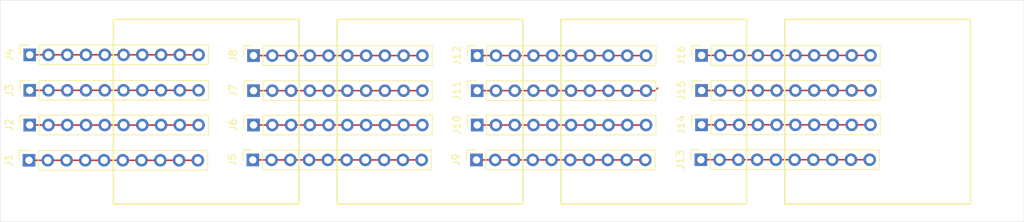
<source format=kicad_pcb>
(kicad_pcb (version 20240108) (generator "pcbnew") (generator_version "8.0")
  (layers (0 "F.Cu" signal) (31 "B.Cu" signal) (34 "B.Paste" user) (35 "F.Paste" user) (36 "B.SilkS" user "B.Silkscreen") (37 "F.SilkS" user "F.Silkscreen") (38 "B.Mask" user) (39 "F.Mask" user) (44 "Edge.Cuts" user))
  (net 0 "")
  (net 1 "Net-(J1-Pin_1)")
  (net 2 "Net-(J2-Pin_1)")
  (net 3 "Net-(J3-Pin_1)")
  (net 4 "Net-(J4-Pin_1)")
  (net 5 "Net-(J5-Pin_1)")
  (net 6 "Net-(J6-Pin_1)")
  (net 7 "Net-(J7-Pin_1)")
  (net 8 "Net-(J8-Pin_1)")
  (net 9 "Net-(J9-Pin_1)")
  (net 10 "Net-(J10-Pin_1)")
  (net 11 "Net-(J11-Pin_1)")
  (net 12 "Net-(J12-Pin_1)")
  (net 13 "Net-(J13-Pin_1)")
  (net 14 "Net-(J14-Pin_1)")
  (net 15 "Net-(J15-Pin_1)")
  (net 16 "Net-(J16-Pin_1)")
  (footprint "Connector_PinSocket_2.54mm:PinSocket_1x10_P2.54mm_Vertical" (layer "F.Cu") (at 155.78 53.825 90)
    (property "Reference" "J9" (at 0 -2.77 90) (layer "F.SilkS"))
    (property "Value" "Conn_01x10")
    (fp_line (start 1.33 -1.33) (end 1.33 0) (stroke (width 0.12)) (layer "F.SilkS"))
    (fp_line (start 0 -1.33) (end 1.33 -1.33) (stroke (width 0.12)) (layer "F.SilkS"))
    (fp_line (start 1.33 1.27) (end 1.33 24.19) (stroke (width 0.12)) (layer "F.SilkS"))
    (fp_line (start -1.33 1.27) (end 1.33 1.27) (stroke (width 0.12)) (layer "F.SilkS"))
    (fp_line (start -1.33 1.27) (end -1.33 24.19) (stroke (width 0.12)) (layer "F.SilkS"))
    (fp_line (start -1.33 24.19) (end 1.33 24.19) (stroke (width 0.12)) (layer "F.SilkS"))
    (pad "1" thru_hole rect (at 0 0 90) (size 1.7 1.7) (drill 1) (layers "*.Cu" "*.Mask") (net 9 "Net-(J9-Pin_1)"))
    (pad "2" thru_hole oval (at 0 2.54 90) (size 1.7 1.7) (drill 1) (layers "*.Cu" "*.Mask") (net 9 "Net-(J9-Pin_1)"))
    (pad "3" thru_hole oval (at 0 5.08 90) (size 1.7 1.7) (drill 1) (layers "*.Cu" "*.Mask") (net 9 "Net-(J9-Pin_1)"))
    (pad "4" thru_hole oval (at 0 7.62 90) (size 1.7 1.7) (drill 1) (layers "*.Cu" "*.Mask") (net 9 "Net-(J9-Pin_1)"))
    (pad "5" thru_hole oval (at 0 10.16 90) (size 1.7 1.7) (drill 1) (layers "*.Cu" "*.Mask") (net 9 "Net-(J9-Pin_1)"))
    (pad "6" thru_hole oval (at 0 12.7 90) (size 1.7 1.7) (drill 1) (layers "*.Cu" "*.Mask") (net 9 "Net-(J9-Pin_1)"))
    (pad "7" thru_hole oval (at 0 15.24 90) (size 1.7 1.7) (drill 1) (layers "*.Cu" "*.Mask") (net 9 "Net-(J9-Pin_1)"))
    (pad "8" thru_hole oval (at 0 17.78 90) (size 1.7 1.7) (drill 1) (layers "*.Cu" "*.Mask") (net 9 "Net-(J9-Pin_1)"))
    (pad "9" thru_hole oval (at 0 20.32 90) (size 1.7 1.7) (drill 1) (layers "*.Cu" "*.Mask") (net 9 "Net-(J9-Pin_1)"))
    (pad "10" thru_hole oval (at 0 22.86 90) (size 1.7 1.7) (drill 1) (layers "*.Cu" "*.Mask") (net 9 "Net-(J9-Pin_1)"))
  )
  (footprint "Connector_PinSocket_2.54mm:PinSocket_1x10_P2.54mm_Vertical" (layer "F.Cu") (at 95.2 53.875 90)
    (property "Reference" "J1" (at 0 -2.77 90) (layer "F.SilkS"))
    (property "Value" "Conn_01x10")
    (fp_line (start 1.33 -1.33) (end 1.33 0) (stroke (width 0.12)) (layer "F.SilkS"))
    (fp_line (start 0 -1.33) (end 1.33 -1.33) (stroke (width 0.12)) (layer "F.SilkS"))
    (fp_line (start 1.33 1.27) (end 1.33 24.19) (stroke (width 0.12)) (layer "F.SilkS"))
    (fp_line (start -1.33 1.27) (end 1.33 1.27) (stroke (width 0.12)) (layer "F.SilkS"))
    (fp_line (start -1.33 1.27) (end -1.33 24.19) (stroke (width 0.12)) (layer "F.SilkS"))
    (fp_line (start -1.33 24.19) (end 1.33 24.19) (stroke (width 0.12)) (layer "F.SilkS"))
    (pad "1" thru_hole rect (at 0 0 90) (size 1.7 1.7) (drill 1) (layers "*.Cu" "*.Mask") (net 1 "Net-(J1-Pin_1)"))
    (pad "2" thru_hole oval (at 0 2.54 90) (size 1.7 1.7) (drill 1) (layers "*.Cu" "*.Mask") (net 1 "Net-(J1-Pin_1)"))
    (pad "3" thru_hole oval (at 0 5.08 90) (size 1.7 1.7) (drill 1) (layers "*.Cu" "*.Mask") (net 1 "Net-(J1-Pin_1)"))
    (pad "4" thru_hole oval (at 0 7.62 90) (size 1.7 1.7) (drill 1) (layers "*.Cu" "*.Mask") (net 1 "Net-(J1-Pin_1)"))
    (pad "5" thru_hole oval (at 0 10.16 90) (size 1.7 1.7) (drill 1) (layers "*.Cu" "*.Mask") (net 1 "Net-(J1-Pin_1)"))
    (pad "6" thru_hole oval (at 0 12.7 90) (size 1.7 1.7) (drill 1) (layers "*.Cu" "*.Mask") (net 1 "Net-(J1-Pin_1)"))
    (pad "7" thru_hole oval (at 0 15.24 90) (size 1.7 1.7) (drill 1) (layers "*.Cu" "*.Mask") (net 1 "Net-(J1-Pin_1)"))
    (pad "8" thru_hole oval (at 0 17.78 90) (size 1.7 1.7) (drill 1) (layers "*.Cu" "*.Mask") (net 1 "Net-(J1-Pin_1)"))
    (pad "9" thru_hole oval (at 0 20.32 90) (size 1.7 1.7) (drill 1) (layers "*.Cu" "*.Mask") (net 1 "Net-(J1-Pin_1)"))
    (pad "10" thru_hole oval (at 0 22.86 90) (size 1.7 1.7) (drill 1) (layers "*.Cu" "*.Mask") (net 1 "Net-(J1-Pin_1)"))
  )
  (footprint "Connector_PinSocket_2.54mm:PinSocket_1x10_P2.54mm_Vertical" (layer "F.Cu") (at 125.6 44.45 90)
    (property "Reference" "J7" (at 0 -2.77 90) (layer "F.SilkS"))
    (property "Value" "Conn_01x10")
    (fp_line (start 1.33 -1.33) (end 1.33 0) (stroke (width 0.12)) (layer "F.SilkS"))
    (fp_line (start 0 -1.33) (end 1.33 -1.33) (stroke (width 0.12)) (layer "F.SilkS"))
    (fp_line (start 1.33 1.27) (end 1.33 24.19) (stroke (width 0.12)) (layer "F.SilkS"))
    (fp_line (start -1.33 1.27) (end 1.33 1.27) (stroke (width 0.12)) (layer "F.SilkS"))
    (fp_line (start -1.33 1.27) (end -1.33 24.19) (stroke (width 0.12)) (layer "F.SilkS"))
    (fp_line (start -1.33 24.19) (end 1.33 24.19) (stroke (width 0.12)) (layer "F.SilkS"))
    (pad "1" thru_hole rect (at 0 0 90) (size 1.7 1.7) (drill 1) (layers "*.Cu" "*.Mask") (net 7 "Net-(J7-Pin_1)"))
    (pad "2" thru_hole oval (at 0 2.54 90) (size 1.7 1.7) (drill 1) (layers "*.Cu" "*.Mask") (net 7 "Net-(J7-Pin_1)"))
    (pad "3" thru_hole oval (at 0 5.08 90) (size 1.7 1.7) (drill 1) (layers "*.Cu" "*.Mask") (net 7 "Net-(J7-Pin_1)"))
    (pad "4" thru_hole oval (at 0 7.62 90) (size 1.7 1.7) (drill 1) (layers "*.Cu" "*.Mask") (net 7 "Net-(J7-Pin_1)"))
    (pad "5" thru_hole oval (at 0 10.16 90) (size 1.7 1.7) (drill 1) (layers "*.Cu" "*.Mask") (net 7 "Net-(J7-Pin_1)"))
    (pad "6" thru_hole oval (at 0 12.7 90) (size 1.7 1.7) (drill 1) (layers "*.Cu" "*.Mask") (net 7 "Net-(J7-Pin_1)"))
    (pad "7" thru_hole oval (at 0 15.24 90) (size 1.7 1.7) (drill 1) (layers "*.Cu" "*.Mask") (net 7 "Net-(J7-Pin_1)"))
    (pad "8" thru_hole oval (at 0 17.78 90) (size 1.7 1.7) (drill 1) (layers "*.Cu" "*.Mask") (net 7 "Net-(J7-Pin_1)"))
    (pad "9" thru_hole oval (at 0 20.32 90) (size 1.7 1.7) (drill 1) (layers "*.Cu" "*.Mask") (net 7 "Net-(J7-Pin_1)"))
    (pad "10" thru_hole oval (at 0 22.86 90) (size 1.7 1.7) (drill 1) (layers "*.Cu" "*.Mask") (net 7 "Net-(J7-Pin_1)"))
  )
  (footprint "Connector_PinSocket_2.54mm:PinSocket_1x10_P2.54mm_Vertical" (layer "F.Cu") (at 125.5 53.825 90)
    (property "Reference" "J5" (at 0 -2.77 90) (layer "F.SilkS"))
    (property "Value" "Conn_01x10")
    (fp_line (start 1.33 -1.33) (end 1.33 0) (stroke (width 0.12)) (layer "F.SilkS"))
    (fp_line (start 0 -1.33) (end 1.33 -1.33) (stroke (width 0.12)) (layer "F.SilkS"))
    (fp_line (start 1.33 1.27) (end 1.33 24.19) (stroke (width 0.12)) (layer "F.SilkS"))
    (fp_line (start -1.33 1.27) (end 1.33 1.27) (stroke (width 0.12)) (layer "F.SilkS"))
    (fp_line (start -1.33 1.27) (end -1.33 24.19) (stroke (width 0.12)) (layer "F.SilkS"))
    (fp_line (start -1.33 24.19) (end 1.33 24.19) (stroke (width 0.12)) (layer "F.SilkS"))
    (pad "1" thru_hole rect (at 0 0 90) (size 1.7 1.7) (drill 1) (layers "*.Cu" "*.Mask") (net 5 "Net-(J5-Pin_1)"))
    (pad "2" thru_hole oval (at 0 2.54 90) (size 1.7 1.7) (drill 1) (layers "*.Cu" "*.Mask") (net 5 "Net-(J5-Pin_1)"))
    (pad "3" thru_hole oval (at 0 5.08 90) (size 1.7 1.7) (drill 1) (layers "*.Cu" "*.Mask") (net 5 "Net-(J5-Pin_1)"))
    (pad "4" thru_hole oval (at 0 7.62 90) (size 1.7 1.7) (drill 1) (layers "*.Cu" "*.Mask") (net 5 "Net-(J5-Pin_1)"))
    (pad "5" thru_hole oval (at 0 10.16 90) (size 1.7 1.7) (drill 1) (layers "*.Cu" "*.Mask") (net 5 "Net-(J5-Pin_1)"))
    (pad "6" thru_hole oval (at 0 12.7 90) (size 1.7 1.7) (drill 1) (layers "*.Cu" "*.Mask") (net 5 "Net-(J5-Pin_1)"))
    (pad "7" thru_hole oval (at 0 15.24 90) (size 1.7 1.7) (drill 1) (layers "*.Cu" "*.Mask") (net 5 "Net-(J5-Pin_1)"))
    (pad "8" thru_hole oval (at 0 17.78 90) (size 1.7 1.7) (drill 1) (layers "*.Cu" "*.Mask") (net 5 "Net-(J5-Pin_1)"))
    (pad "9" thru_hole oval (at 0 20.32 90) (size 1.7 1.7) (drill 1) (layers "*.Cu" "*.Mask") (net 5 "Net-(J5-Pin_1)"))
    (pad "10" thru_hole oval (at 0 22.86 90) (size 1.7 1.7) (drill 1) (layers "*.Cu" "*.Mask") (net 5 "Net-(J5-Pin_1)"))
  )
  (footprint "Connector_PinSocket_2.54mm:PinSocket_1x10_P2.54mm_Vertical" (layer "F.Cu") (at 186.26 39.675 90)
    (property "Reference" "J16" (at 0 -2.77 90) (layer "F.SilkS"))
    (property "Value" "Conn_01x10")
    (fp_line (start 1.33 -1.33) (end 1.33 0) (stroke (width 0.12)) (layer "F.SilkS"))
    (fp_line (start 0 -1.33) (end 1.33 -1.33) (stroke (width 0.12)) (layer "F.SilkS"))
    (fp_line (start 1.33 1.27) (end 1.33 24.19) (stroke (width 0.12)) (layer "F.SilkS"))
    (fp_line (start -1.33 1.27) (end 1.33 1.27) (stroke (width 0.12)) (layer "F.SilkS"))
    (fp_line (start -1.33 1.27) (end -1.33 24.19) (stroke (width 0.12)) (layer "F.SilkS"))
    (fp_line (start -1.33 24.19) (end 1.33 24.19) (stroke (width 0.12)) (layer "F.SilkS"))
    (pad "1" thru_hole rect (at 0 0 90) (size 1.7 1.7) (drill 1) (layers "*.Cu" "*.Mask") (net 16 "Net-(J16-Pin_1)"))
    (pad "2" thru_hole oval (at 0 2.54 90) (size 1.7 1.7) (drill 1) (layers "*.Cu" "*.Mask") (net 16 "Net-(J16-Pin_1)"))
    (pad "3" thru_hole oval (at 0 5.08 90) (size 1.7 1.7) (drill 1) (layers "*.Cu" "*.Mask") (net 16 "Net-(J16-Pin_1)"))
    (pad "4" thru_hole oval (at 0 7.62 90) (size 1.7 1.7) (drill 1) (layers "*.Cu" "*.Mask") (net 16 "Net-(J16-Pin_1)"))
    (pad "5" thru_hole oval (at 0 10.16 90) (size 1.7 1.7) (drill 1) (layers "*.Cu" "*.Mask") (net 16 "Net-(J16-Pin_1)"))
    (pad "6" thru_hole oval (at 0 12.7 90) (size 1.7 1.7) (drill 1) (layers "*.Cu" "*.Mask") (net 16 "Net-(J16-Pin_1)"))
    (pad "7" thru_hole oval (at 0 15.24 90) (size 1.7 1.7) (drill 1) (layers "*.Cu" "*.Mask") (net 16 "Net-(J16-Pin_1)"))
    (pad "8" thru_hole oval (at 0 17.78 90) (size 1.7 1.7) (drill 1) (layers "*.Cu" "*.Mask") (net 16 "Net-(J16-Pin_1)"))
    (pad "9" thru_hole oval (at 0 20.32 90) (size 1.7 1.7) (drill 1) (layers "*.Cu" "*.Mask") (net 16 "Net-(J16-Pin_1)"))
    (pad "10" thru_hole oval (at 0 22.86 90) (size 1.7 1.7) (drill 1) (layers "*.Cu" "*.Mask") (net 16 "Net-(J16-Pin_1)"))
  )
  (footprint "Connector_PinSocket_2.54mm:PinSocket_1x10_P2.54mm_Vertical" (layer "F.Cu") (at 125.6 39.7 90)
    (property "Reference" "J8" (at 0 -2.77 90) (layer "F.SilkS"))
    (property "Value" "Conn_01x10")
    (fp_line (start 1.33 -1.33) (end 1.33 0) (stroke (width 0.12)) (layer "F.SilkS"))
    (fp_line (start 0 -1.33) (end 1.33 -1.33) (stroke (width 0.12)) (layer "F.SilkS"))
    (fp_line (start 1.33 1.27) (end 1.33 24.19) (stroke (width 0.12)) (layer "F.SilkS"))
    (fp_line (start -1.33 1.27) (end 1.33 1.27) (stroke (width 0.12)) (layer "F.SilkS"))
    (fp_line (start -1.33 1.27) (end -1.33 24.19) (stroke (width 0.12)) (layer "F.SilkS"))
    (fp_line (start -1.33 24.19) (end 1.33 24.19) (stroke (width 0.12)) (layer "F.SilkS"))
    (pad "1" thru_hole rect (at 0 0 90) (size 1.7 1.7) (drill 1) (layers "*.Cu" "*.Mask") (net 8 "Net-(J8-Pin_1)"))
    (pad "2" thru_hole oval (at 0 2.54 90) (size 1.7 1.7) (drill 1) (layers "*.Cu" "*.Mask") (net 8 "Net-(J8-Pin_1)"))
    (pad "3" thru_hole oval (at 0 5.08 90) (size 1.7 1.7) (drill 1) (layers "*.Cu" "*.Mask") (net 8 "Net-(J8-Pin_1)"))
    (pad "4" thru_hole oval (at 0 7.62 90) (size 1.7 1.7) (drill 1) (layers "*.Cu" "*.Mask") (net 8 "Net-(J8-Pin_1)"))
    (pad "5" thru_hole oval (at 0 10.16 90) (size 1.7 1.7) (drill 1) (layers "*.Cu" "*.Mask") (net 8 "Net-(J8-Pin_1)"))
    (pad "6" thru_hole oval (at 0 12.7 90) (size 1.7 1.7) (drill 1) (layers "*.Cu" "*.Mask") (net 8 "Net-(J8-Pin_1)"))
    (pad "7" thru_hole oval (at 0 15.24 90) (size 1.7 1.7) (drill 1) (layers "*.Cu" "*.Mask") (net 8 "Net-(J8-Pin_1)"))
    (pad "8" thru_hole oval (at 0 17.78 90) (size 1.7 1.7) (drill 1) (layers "*.Cu" "*.Mask") (net 8 "Net-(J8-Pin_1)"))
    (pad "9" thru_hole oval (at 0 20.32 90) (size 1.7 1.7) (drill 1) (layers "*.Cu" "*.Mask") (net 8 "Net-(J8-Pin_1)"))
    (pad "10" thru_hole oval (at 0 22.86 90) (size 1.7 1.7) (drill 1) (layers "*.Cu" "*.Mask") (net 8 "Net-(J8-Pin_1)"))
  )
  (footprint "Connector_PinSocket_2.54mm:PinSocket_1x10_P2.54mm_Vertical" (layer "F.Cu") (at 155.88 44.45 90)
    (property "Reference" "J11" (at 0 -2.77 90) (layer "F.SilkS"))
    (property "Value" "Conn_01x10")
    (fp_line (start 1.33 -1.33) (end 1.33 0) (stroke (width 0.12)) (layer "F.SilkS"))
    (fp_line (start 0 -1.33) (end 1.33 -1.33) (stroke (width 0.12)) (layer "F.SilkS"))
    (fp_line (start 1.33 1.27) (end 1.33 24.19) (stroke (width 0.12)) (layer "F.SilkS"))
    (fp_line (start -1.33 1.27) (end 1.33 1.27) (stroke (width 0.12)) (layer "F.SilkS"))
    (fp_line (start -1.33 1.27) (end -1.33 24.19) (stroke (width 0.12)) (layer "F.SilkS"))
    (fp_line (start -1.33 24.19) (end 1.33 24.19) (stroke (width 0.12)) (layer "F.SilkS"))
    (pad "1" thru_hole rect (at 0 0 90) (size 1.7 1.7) (drill 1) (layers "*.Cu" "*.Mask") (net 11 "Net-(J11-Pin_1)"))
    (pad "2" thru_hole oval (at 0 2.54 90) (size 1.7 1.7) (drill 1) (layers "*.Cu" "*.Mask") (net 11 "Net-(J11-Pin_1)"))
    (pad "3" thru_hole oval (at 0 5.08 90) (size 1.7 1.7) (drill 1) (layers "*.Cu" "*.Mask") (net 11 "Net-(J11-Pin_1)"))
    (pad "4" thru_hole oval (at 0 7.62 90) (size 1.7 1.7) (drill 1) (layers "*.Cu" "*.Mask") (net 11 "Net-(J11-Pin_1)"))
    (pad "5" thru_hole oval (at 0 10.16 90) (size 1.7 1.7) (drill 1) (layers "*.Cu" "*.Mask") (net 11 "Net-(J11-Pin_1)"))
    (pad "6" thru_hole oval (at 0 12.7 90) (size 1.7 1.7) (drill 1) (layers "*.Cu" "*.Mask") (net 11 "Net-(J11-Pin_1)"))
    (pad "7" thru_hole oval (at 0 15.24 90) (size 1.7 1.7) (drill 1) (layers "*.Cu" "*.Mask") (net 11 "Net-(J11-Pin_1)"))
    (pad "8" thru_hole oval (at 0 17.78 90) (size 1.7 1.7) (drill 1) (layers "*.Cu" "*.Mask") (net 11 "Net-(J11-Pin_1)"))
    (pad "9" thru_hole oval (at 0 20.32 90) (size 1.7 1.7) (drill 1) (layers "*.Cu" "*.Mask") (net 11 "Net-(J11-Pin_1)"))
    (pad "10" thru_hole oval (at 0 22.86 90) (size 1.7 1.7) (drill 1) (layers "*.Cu" "*.Mask") (net 11 "Net-(J11-Pin_1)"))
  )
  (footprint "Connector_PinSocket_2.54mm:PinSocket_1x10_P2.54mm_Vertical" (layer "F.Cu") (at 186.26 49.075 90)
    (property "Reference" "J14" (at 0 -2.77 90) (layer "F.SilkS"))
    (property "Value" "Conn_01x10")
    (fp_line (start 1.33 -1.33) (end 1.33 0) (stroke (width 0.12)) (layer "F.SilkS"))
    (fp_line (start 0 -1.33) (end 1.33 -1.33) (stroke (width 0.12)) (layer "F.SilkS"))
    (fp_line (start 1.33 1.27) (end 1.33 24.19) (stroke (width 0.12)) (layer "F.SilkS"))
    (fp_line (start -1.33 1.27) (end 1.33 1.27) (stroke (width 0.12)) (layer "F.SilkS"))
    (fp_line (start -1.33 1.27) (end -1.33 24.19) (stroke (width 0.12)) (layer "F.SilkS"))
    (fp_line (start -1.33 24.19) (end 1.33 24.19) (stroke (width 0.12)) (layer "F.SilkS"))
    (pad "1" thru_hole rect (at 0 0 90) (size 1.7 1.7) (drill 1) (layers "*.Cu" "*.Mask") (net 14 "Net-(J14-Pin_1)"))
    (pad "2" thru_hole oval (at 0 2.54 90) (size 1.7 1.7) (drill 1) (layers "*.Cu" "*.Mask") (net 14 "Net-(J14-Pin_1)"))
    (pad "3" thru_hole oval (at 0 5.08 90) (size 1.7 1.7) (drill 1) (layers "*.Cu" "*.Mask") (net 14 "Net-(J14-Pin_1)"))
    (pad "4" thru_hole oval (at 0 7.62 90) (size 1.7 1.7) (drill 1) (layers "*.Cu" "*.Mask") (net 14 "Net-(J14-Pin_1)"))
    (pad "5" thru_hole oval (at 0 10.16 90) (size 1.7 1.7) (drill 1) (layers "*.Cu" "*.Mask") (net 14 "Net-(J14-Pin_1)"))
    (pad "6" thru_hole oval (at 0 12.7 90) (size 1.7 1.7) (drill 1) (layers "*.Cu" "*.Mask") (net 14 "Net-(J14-Pin_1)"))
    (pad "7" thru_hole oval (at 0 15.24 90) (size 1.7 1.7) (drill 1) (layers "*.Cu" "*.Mask") (net 14 "Net-(J14-Pin_1)"))
    (pad "8" thru_hole oval (at 0 17.78 90) (size 1.7 1.7) (drill 1) (layers "*.Cu" "*.Mask") (net 14 "Net-(J14-Pin_1)"))
    (pad "9" thru_hole oval (at 0 20.32 90) (size 1.7 1.7) (drill 1) (layers "*.Cu" "*.Mask") (net 14 "Net-(J14-Pin_1)"))
    (pad "10" thru_hole oval (at 0 22.86 90) (size 1.7 1.7) (drill 1) (layers "*.Cu" "*.Mask") (net 14 "Net-(J14-Pin_1)"))
  )
  (footprint "Connector_PinSocket_2.54mm:PinSocket_1x10_P2.54mm_Vertical" (layer "F.Cu") (at 95.3 49.1 90)
    (property "Reference" "J2" (at 0 -2.77 90) (layer "F.SilkS"))
    (property "Value" "Conn_01x10")
    (fp_line (start 1.33 -1.33) (end 1.33 0) (stroke (width 0.12)) (layer "F.SilkS"))
    (fp_line (start 0 -1.33) (end 1.33 -1.33) (stroke (width 0.12)) (layer "F.SilkS"))
    (fp_line (start 1.33 1.27) (end 1.33 24.19) (stroke (width 0.12)) (layer "F.SilkS"))
    (fp_line (start -1.33 1.27) (end 1.33 1.27) (stroke (width 0.12)) (layer "F.SilkS"))
    (fp_line (start -1.33 1.27) (end -1.33 24.19) (stroke (width 0.12)) (layer "F.SilkS"))
    (fp_line (start -1.33 24.19) (end 1.33 24.19) (stroke (width 0.12)) (layer "F.SilkS"))
    (pad "1" thru_hole rect (at 0 0 90) (size 1.7 1.7) (drill 1) (layers "*.Cu" "*.Mask") (net 2 "Net-(J2-Pin_1)"))
    (pad "2" thru_hole oval (at 0 2.54 90) (size 1.7 1.7) (drill 1) (layers "*.Cu" "*.Mask") (net 2 "Net-(J2-Pin_1)"))
    (pad "3" thru_hole oval (at 0 5.08 90) (size 1.7 1.7) (drill 1) (layers "*.Cu" "*.Mask") (net 2 "Net-(J2-Pin_1)"))
    (pad "4" thru_hole oval (at 0 7.62 90) (size 1.7 1.7) (drill 1) (layers "*.Cu" "*.Mask") (net 2 "Net-(J2-Pin_1)"))
    (pad "5" thru_hole oval (at 0 10.16 90) (size 1.7 1.7) (drill 1) (layers "*.Cu" "*.Mask") (net 2 "Net-(J2-Pin_1)"))
    (pad "6" thru_hole oval (at 0 12.7 90) (size 1.7 1.7) (drill 1) (layers "*.Cu" "*.Mask") (net 2 "Net-(J2-Pin_1)"))
    (pad "7" thru_hole oval (at 0 15.24 90) (size 1.7 1.7) (drill 1) (layers "*.Cu" "*.Mask") (net 2 "Net-(J2-Pin_1)"))
    (pad "8" thru_hole oval (at 0 17.78 90) (size 1.7 1.7) (drill 1) (layers "*.Cu" "*.Mask") (net 2 "Net-(J2-Pin_1)"))
    (pad "9" thru_hole oval (at 0 20.32 90) (size 1.7 1.7) (drill 1) (layers "*.Cu" "*.Mask") (net 2 "Net-(J2-Pin_1)"))
    (pad "10" thru_hole oval (at 0 22.86 90) (size 1.7 1.7) (drill 1) (layers "*.Cu" "*.Mask") (net 2 "Net-(J2-Pin_1)"))
  )
  (footprint "Connector_PinSocket_2.54mm:PinSocket_1x10_P2.54mm_Vertical" (layer "F.Cu") (at 186.16 53.8 90)
    (property "Reference" "J13" (at 0 -2.77 90) (layer "F.SilkS"))
    (property "Value" "Conn_01x10")
    (fp_line (start 1.33 -1.33) (end 1.33 0) (stroke (width 0.12)) (layer "F.SilkS"))
    (fp_line (start 0 -1.33) (end 1.33 -1.33) (stroke (width 0.12)) (layer "F.SilkS"))
    (fp_line (start 1.33 1.27) (end 1.33 24.19) (stroke (width 0.12)) (layer "F.SilkS"))
    (fp_line (start -1.33 1.27) (end 1.33 1.27) (stroke (width 0.12)) (layer "F.SilkS"))
    (fp_line (start -1.33 1.27) (end -1.33 24.19) (stroke (width 0.12)) (layer "F.SilkS"))
    (fp_line (start -1.33 24.19) (end 1.33 24.19) (stroke (width 0.12)) (layer "F.SilkS"))
    (pad "1" thru_hole rect (at 0 0 90) (size 1.7 1.7) (drill 1) (layers "*.Cu" "*.Mask") (net 13 "Net-(J13-Pin_1)"))
    (pad "2" thru_hole oval (at 0 2.54 90) (size 1.7 1.7) (drill 1) (layers "*.Cu" "*.Mask") (net 13 "Net-(J13-Pin_1)"))
    (pad "3" thru_hole oval (at 0 5.08 90) (size 1.7 1.7) (drill 1) (layers "*.Cu" "*.Mask") (net 13 "Net-(J13-Pin_1)"))
    (pad "4" thru_hole oval (at 0 7.62 90) (size 1.7 1.7) (drill 1) (layers "*.Cu" "*.Mask") (net 13 "Net-(J13-Pin_1)"))
    (pad "5" thru_hole oval (at 0 10.16 90) (size 1.7 1.7) (drill 1) (layers "*.Cu" "*.Mask") (net 13 "Net-(J13-Pin_1)"))
    (pad "6" thru_hole oval (at 0 12.7 90) (size 1.7 1.7) (drill 1) (layers "*.Cu" "*.Mask") (net 13 "Net-(J13-Pin_1)"))
    (pad "7" thru_hole oval (at 0 15.24 90) (size 1.7 1.7) (drill 1) (layers "*.Cu" "*.Mask") (net 13 "Net-(J13-Pin_1)"))
    (pad "8" thru_hole oval (at 0 17.78 90) (size 1.7 1.7) (drill 1) (layers "*.Cu" "*.Mask") (net 13 "Net-(J13-Pin_1)"))
    (pad "9" thru_hole oval (at 0 20.32 90) (size 1.7 1.7) (drill 1) (layers "*.Cu" "*.Mask") (net 13 "Net-(J13-Pin_1)"))
    (pad "10" thru_hole oval (at 0 22.86 90) (size 1.7 1.7) (drill 1) (layers "*.Cu" "*.Mask") (net 13 "Net-(J13-Pin_1)"))
  )
  (footprint "Connector_PinSocket_2.54mm:PinSocket_1x10_P2.54mm_Vertical" (layer "F.Cu") (at 95.3 39.6 90)
    (property "Reference" "J4" (at 0 -2.77 90) (layer "F.SilkS"))
    (property "Value" "Conn_01x10")
    (fp_line (start 1.33 -1.33) (end 1.33 0) (stroke (width 0.12)) (layer "F.SilkS"))
    (fp_line (start 0 -1.33) (end 1.33 -1.33) (stroke (width 0.12)) (layer "F.SilkS"))
    (fp_line (start 1.33 1.27) (end 1.33 24.19) (stroke (width 0.12)) (layer "F.SilkS"))
    (fp_line (start -1.33 1.27) (end 1.33 1.27) (stroke (width 0.12)) (layer "F.SilkS"))
    (fp_line (start -1.33 1.27) (end -1.33 24.19) (stroke (width 0.12)) (layer "F.SilkS"))
    (fp_line (start -1.33 24.19) (end 1.33 24.19) (stroke (width 0.12)) (layer "F.SilkS"))
    (pad "1" thru_hole rect (at 0 0 90) (size 1.7 1.7) (drill 1) (layers "*.Cu" "*.Mask") (net 4 "Net-(J4-Pin_1)"))
    (pad "2" thru_hole oval (at 0 2.54 90) (size 1.7 1.7) (drill 1) (layers "*.Cu" "*.Mask") (net 4 "Net-(J4-Pin_1)"))
    (pad "3" thru_hole oval (at 0 5.08 90) (size 1.7 1.7) (drill 1) (layers "*.Cu" "*.Mask") (net 4 "Net-(J4-Pin_1)"))
    (pad "4" thru_hole oval (at 0 7.62 90) (size 1.7 1.7) (drill 1) (layers "*.Cu" "*.Mask") (net 4 "Net-(J4-Pin_1)"))
    (pad "5" thru_hole oval (at 0 10.16 90) (size 1.7 1.7) (drill 1) (layers "*.Cu" "*.Mask") (net 4 "Net-(J4-Pin_1)"))
    (pad "6" thru_hole oval (at 0 12.7 90) (size 1.7 1.7) (drill 1) (layers "*.Cu" "*.Mask") (net 4 "Net-(J4-Pin_1)"))
    (pad "7" thru_hole oval (at 0 15.24 90) (size 1.7 1.7) (drill 1) (layers "*.Cu" "*.Mask") (net 4 "Net-(J4-Pin_1)"))
    (pad "8" thru_hole oval (at 0 17.78 90) (size 1.7 1.7) (drill 1) (layers "*.Cu" "*.Mask") (net 4 "Net-(J4-Pin_1)"))
    (pad "9" thru_hole oval (at 0 20.32 90) (size 1.7 1.7) (drill 1) (layers "*.Cu" "*.Mask") (net 4 "Net-(J4-Pin_1)"))
    (pad "10" thru_hole oval (at 0 22.86 90) (size 1.7 1.7) (drill 1) (layers "*.Cu" "*.Mask") (net 4 "Net-(J4-Pin_1)"))
  )
  (footprint "Connector_PinSocket_2.54mm:PinSocket_1x10_P2.54mm_Vertical" (layer "F.Cu") (at 155.88 39.7 90)
    (property "Reference" "J12" (at 0 -2.77 90) (layer "F.SilkS"))
    (property "Value" "Conn_01x10")
    (fp_line (start 1.33 -1.33) (end 1.33 0) (stroke (width 0.12)) (layer "F.SilkS"))
    (fp_line (start 0 -1.33) (end 1.33 -1.33) (stroke (width 0.12)) (layer "F.SilkS"))
    (fp_line (start 1.33 1.27) (end 1.33 24.19) (stroke (width 0.12)) (layer "F.SilkS"))
    (fp_line (start -1.33 1.27) (end 1.33 1.27) (stroke (width 0.12)) (layer "F.SilkS"))
    (fp_line (start -1.33 1.27) (end -1.33 24.19) (stroke (width 0.12)) (layer "F.SilkS"))
    (fp_line (start -1.33 24.19) (end 1.33 24.19) (stroke (width 0.12)) (layer "F.SilkS"))
    (pad "1" thru_hole rect (at 0 0 90) (size 1.7 1.7) (drill 1) (layers "*.Cu" "*.Mask") (net 12 "Net-(J12-Pin_1)"))
    (pad "2" thru_hole oval (at 0 2.54 90) (size 1.7 1.7) (drill 1) (layers "*.Cu" "*.Mask") (net 12 "Net-(J12-Pin_1)"))
    (pad "3" thru_hole oval (at 0 5.08 90) (size 1.7 1.7) (drill 1) (layers "*.Cu" "*.Mask") (net 12 "Net-(J12-Pin_1)"))
    (pad "4" thru_hole oval (at 0 7.62 90) (size 1.7 1.7) (drill 1) (layers "*.Cu" "*.Mask") (net 12 "Net-(J12-Pin_1)"))
    (pad "5" thru_hole oval (at 0 10.16 90) (size 1.7 1.7) (drill 1) (layers "*.Cu" "*.Mask") (net 12 "Net-(J12-Pin_1)"))
    (pad "6" thru_hole oval (at 0 12.7 90) (size 1.7 1.7) (drill 1) (layers "*.Cu" "*.Mask") (net 12 "Net-(J12-Pin_1)"))
    (pad "7" thru_hole oval (at 0 15.24 90) (size 1.7 1.7) (drill 1) (layers "*.Cu" "*.Mask") (net 12 "Net-(J12-Pin_1)"))
    (pad "8" thru_hole oval (at 0 17.78 90) (size 1.7 1.7) (drill 1) (layers "*.Cu" "*.Mask") (net 12 "Net-(J12-Pin_1)"))
    (pad "9" thru_hole oval (at 0 20.32 90) (size 1.7 1.7) (drill 1) (layers "*.Cu" "*.Mask") (net 12 "Net-(J12-Pin_1)"))
    (pad "10" thru_hole oval (at 0 22.86 90) (size 1.7 1.7) (drill 1) (layers "*.Cu" "*.Mask") (net 12 "Net-(J12-Pin_1)"))
  )
  (footprint "Connector_PinSocket_2.54mm:PinSocket_1x10_P2.54mm_Vertical" (layer "F.Cu") (at 186.26 44.425 90)
    (property "Reference" "J15" (at 0 -2.77 90) (layer "F.SilkS"))
    (property "Value" "Conn_01x10")
    (fp_line (start 1.33 -1.33) (end 1.33 0) (stroke (width 0.12)) (layer "F.SilkS"))
    (fp_line (start 0 -1.33) (end 1.33 -1.33) (stroke (width 0.12)) (layer "F.SilkS"))
    (fp_line (start 1.33 1.27) (end 1.33 24.19) (stroke (width 0.12)) (layer "F.SilkS"))
    (fp_line (start -1.33 1.27) (end 1.33 1.27) (stroke (width 0.12)) (layer "F.SilkS"))
    (fp_line (start -1.33 1.27) (end -1.33 24.19) (stroke (width 0.12)) (layer "F.SilkS"))
    (fp_line (start -1.33 24.19) (end 1.33 24.19) (stroke (width 0.12)) (layer "F.SilkS"))
    (pad "1" thru_hole rect (at 0 0 90) (size 1.7 1.7) (drill 1) (layers "*.Cu" "*.Mask") (net 15 "Net-(J15-Pin_1)"))
    (pad "2" thru_hole oval (at 0 2.54 90) (size 1.7 1.7) (drill 1) (layers "*.Cu" "*.Mask") (net 15 "Net-(J15-Pin_1)"))
    (pad "3" thru_hole oval (at 0 5.08 90) (size 1.7 1.7) (drill 1) (layers "*.Cu" "*.Mask") (net 15 "Net-(J15-Pin_1)"))
    (pad "4" thru_hole oval (at 0 7.62 90) (size 1.7 1.7) (drill 1) (layers "*.Cu" "*.Mask") (net 15 "Net-(J15-Pin_1)"))
    (pad "5" thru_hole oval (at 0 10.16 90) (size 1.7 1.7) (drill 1) (layers "*.Cu" "*.Mask") (net 15 "Net-(J15-Pin_1)"))
    (pad "6" thru_hole oval (at 0 12.7 90) (size 1.7 1.7) (drill 1) (layers "*.Cu" "*.Mask") (net 15 "Net-(J15-Pin_1)"))
    (pad "7" thru_hole oval (at 0 15.24 90) (size 1.7 1.7) (drill 1) (layers "*.Cu" "*.Mask") (net 15 "Net-(J15-Pin_1)"))
    (pad "8" thru_hole oval (at 0 17.78 90) (size 1.7 1.7) (drill 1) (layers "*.Cu" "*.Mask") (net 15 "Net-(J15-Pin_1)"))
    (pad "9" thru_hole oval (at 0 20.32 90) (size 1.7 1.7) (drill 1) (layers "*.Cu" "*.Mask") (net 15 "Net-(J15-Pin_1)"))
    (pad "10" thru_hole oval (at 0 22.86 90) (size 1.7 1.7) (drill 1) (layers "*.Cu" "*.Mask") (net 15 "Net-(J15-Pin_1)"))
  )
  (footprint "Connector_PinSocket_2.54mm:PinSocket_1x10_P2.54mm_Vertical" (layer "F.Cu") (at 125.6 49.1 90)
    (property "Reference" "J6" (at 0 -2.77 90) (layer "F.SilkS"))
    (property "Value" "Conn_01x10")
    (fp_line (start 1.33 -1.33) (end 1.33 0) (stroke (width 0.12)) (layer "F.SilkS"))
    (fp_line (start 0 -1.33) (end 1.33 -1.33) (stroke (width 0.12)) (layer "F.SilkS"))
    (fp_line (start 1.33 1.27) (end 1.33 24.19) (stroke (width 0.12)) (layer "F.SilkS"))
    (fp_line (start -1.33 1.27) (end 1.33 1.27) (stroke (width 0.12)) (layer "F.SilkS"))
    (fp_line (start -1.33 1.27) (end -1.33 24.19) (stroke (width 0.12)) (layer "F.SilkS"))
    (fp_line (start -1.33 24.19) (end 1.33 24.19) (stroke (width 0.12)) (layer "F.SilkS"))
    (pad "1" thru_hole rect (at 0 0 90) (size 1.7 1.7) (drill 1) (layers "*.Cu" "*.Mask") (net 6 "Net-(J6-Pin_1)"))
    (pad "2" thru_hole oval (at 0 2.54 90) (size 1.7 1.7) (drill 1) (layers "*.Cu" "*.Mask") (net 6 "Net-(J6-Pin_1)"))
    (pad "3" thru_hole oval (at 0 5.08 90) (size 1.7 1.7) (drill 1) (layers "*.Cu" "*.Mask") (net 6 "Net-(J6-Pin_1)"))
    (pad "4" thru_hole oval (at 0 7.62 90) (size 1.7 1.7) (drill 1) (layers "*.Cu" "*.Mask") (net 6 "Net-(J6-Pin_1)"))
    (pad "5" thru_hole oval (at 0 10.16 90) (size 1.7 1.7) (drill 1) (layers "*.Cu" "*.Mask") (net 6 "Net-(J6-Pin_1)"))
    (pad "6" thru_hole oval (at 0 12.7 90) (size 1.7 1.7) (drill 1) (layers "*.Cu" "*.Mask") (net 6 "Net-(J6-Pin_1)"))
    (pad "7" thru_hole oval (at 0 15.24 90) (size 1.7 1.7) (drill 1) (layers "*.Cu" "*.Mask") (net 6 "Net-(J6-Pin_1)"))
    (pad "8" thru_hole oval (at 0 17.78 90) (size 1.7 1.7) (drill 1) (layers "*.Cu" "*.Mask") (net 6 "Net-(J6-Pin_1)"))
    (pad "9" thru_hole oval (at 0 20.32 90) (size 1.7 1.7) (drill 1) (layers "*.Cu" "*.Mask") (net 6 "Net-(J6-Pin_1)"))
    (pad "10" thru_hole oval (at 0 22.86 90) (size 1.7 1.7) (drill 1) (layers "*.Cu" "*.Mask") (net 6 "Net-(J6-Pin_1)"))
  )
  (footprint "Connector_PinSocket_2.54mm:PinSocket_1x10_P2.54mm_Vertical" (layer "F.Cu") (at 95.3 44.4 90)
    (property "Reference" "J3" (at 0 -2.77 90) (layer "F.SilkS"))
    (property "Value" "Conn_01x10")
    (fp_line (start 1.33 -1.33) (end 1.33 0) (stroke (width 0.12)) (layer "F.SilkS"))
    (fp_line (start 0 -1.33) (end 1.33 -1.33) (stroke (width 0.12)) (layer "F.SilkS"))
    (fp_line (start 1.33 1.27) (end 1.33 24.19) (stroke (width 0.12)) (layer "F.SilkS"))
    (fp_line (start -1.33 1.27) (end 1.33 1.27) (stroke (width 0.12)) (layer "F.SilkS"))
    (fp_line (start -1.33 1.27) (end -1.33 24.19) (stroke (width 0.12)) (layer "F.SilkS"))
    (fp_line (start -1.33 24.19) (end 1.33 24.19) (stroke (width 0.12)) (layer "F.SilkS"))
    (pad "1" thru_hole rect (at 0 0 90) (size 1.7 1.7) (drill 1) (layers "*.Cu" "*.Mask") (net 3 "Net-(J3-Pin_1)"))
    (pad "2" thru_hole oval (at 0 2.54 90) (size 1.7 1.7) (drill 1) (layers "*.Cu" "*.Mask") (net 3 "Net-(J3-Pin_1)"))
    (pad "3" thru_hole oval (at 0 5.08 90) (size 1.7 1.7) (drill 1) (layers "*.Cu" "*.Mask") (net 3 "Net-(J3-Pin_1)"))
    (pad "4" thru_hole oval (at 0 7.62 90) (size 1.7 1.7) (drill 1) (layers "*.Cu" "*.Mask") (net 3 "Net-(J3-Pin_1)"))
    (pad "5" thru_hole oval (at 0 10.16 90) (size 1.7 1.7) (drill 1) (layers "*.Cu" "*.Mask") (net 3 "Net-(J3-Pin_1)"))
    (pad "6" thru_hole oval (at 0 12.7 90) (size 1.7 1.7) (drill 1) (layers "*.Cu" "*.Mask") (net 3 "Net-(J3-Pin_1)"))
    (pad "7" thru_hole oval (at 0 15.24 90) (size 1.7 1.7) (drill 1) (layers "*.Cu" "*.Mask") (net 3 "Net-(J3-Pin_1)"))
    (pad "8" thru_hole oval (at 0 17.78 90) (size 1.7 1.7) (drill 1) (layers "*.Cu" "*.Mask") (net 3 "Net-(J3-Pin_1)"))
    (pad "9" thru_hole oval (at 0 20.32 90) (size 1.7 1.7) (drill 1) (layers "*.Cu" "*.Mask") (net 3 "Net-(J3-Pin_1)"))
    (pad "10" thru_hole oval (at 0 22.86 90) (size 1.7 1.7) (drill 1) (layers "*.Cu" "*.Mask") (net 3 "Net-(J3-Pin_1)"))
  )
  (footprint "Connector_PinSocket_2.54mm:PinSocket_1x10_P2.54mm_Vertical" (layer "F.Cu") (at 155.88 49.1 90)
    (property "Reference" "J10" (at 0 -2.77 90) (layer "F.SilkS"))
    (property "Value" "Conn_01x10")
    (fp_line (start 1.33 -1.33) (end 1.33 0) (stroke (width 0.12)) (layer "F.SilkS"))
    (fp_line (start 0 -1.33) (end 1.33 -1.33) (stroke (width 0.12)) (layer "F.SilkS"))
    (fp_line (start 1.33 1.27) (end 1.33 24.19) (stroke (width 0.12)) (layer "F.SilkS"))
    (fp_line (start -1.33 1.27) (end 1.33 1.27) (stroke (width 0.12)) (layer "F.SilkS"))
    (fp_line (start -1.33 1.27) (end -1.33 24.19) (stroke (width 0.12)) (layer "F.SilkS"))
    (fp_line (start -1.33 24.19) (end 1.33 24.19) (stroke (width 0.12)) (layer "F.SilkS"))
    (pad "1" thru_hole rect (at 0 0 90) (size 1.7 1.7) (drill 1) (layers "*.Cu" "*.Mask") (net 10 "Net-(J10-Pin_1)"))
    (pad "2" thru_hole oval (at 0 2.54 90) (size 1.7 1.7) (drill 1) (layers "*.Cu" "*.Mask") (net 10 "Net-(J10-Pin_1)"))
    (pad "3" thru_hole oval (at 0 5.08 90) (size 1.7 1.7) (drill 1) (layers "*.Cu" "*.Mask") (net 10 "Net-(J10-Pin_1)"))
    (pad "4" thru_hole oval (at 0 7.62 90) (size 1.7 1.7) (drill 1) (layers "*.Cu" "*.Mask") (net 10 "Net-(J10-Pin_1)"))
    (pad "5" thru_hole oval (at 0 10.16 90) (size 1.7 1.7) (drill 1) (layers "*.Cu" "*.Mask") (net 10 "Net-(J10-Pin_1)"))
    (pad "6" thru_hole oval (at 0 12.7 90) (size 1.7 1.7) (drill 1) (layers "*.Cu" "*.Mask") (net 10 "Net-(J10-Pin_1)"))
    (pad "7" thru_hole oval (at 0 15.24 90) (size 1.7 1.7) (drill 1) (layers "*.Cu" "*.Mask") (net 10 "Net-(J10-Pin_1)"))
    (pad "8" thru_hole oval (at 0 17.78 90) (size 1.7 1.7) (drill 1) (layers "*.Cu" "*.Mask") (net 10 "Net-(J10-Pin_1)"))
    (pad "9" thru_hole oval (at 0 20.32 90) (size 1.7 1.7) (drill 1) (layers "*.Cu" "*.Mask") (net 10 "Net-(J10-Pin_1)"))
    (pad "10" thru_hole oval (at 0 22.86 90) (size 1.7 1.7) (drill 1) (layers "*.Cu" "*.Mask") (net 10 "Net-(J10-Pin_1)"))
  )
  (gr_line (start 167.22 59.8) (end 167.22 34.8) (stroke (width 0.2)) (layer "F.SilkS"))
  (gr_line (start 161.96 34.8) (end 136.96 34.8) (stroke (width 0.2)) (layer "F.SilkS"))
  (gr_line (start 197.52 59.8) (end 197.52 34.8) (stroke (width 0.2)) (layer "F.SilkS"))
  (gr_line (start 197.56 59.8) (end 222.56 59.8) (stroke (width 0.2)) (layer "F.SilkS"))
  (gr_line (start 131.66 34.8) (end 106.66 34.8) (stroke (width 0.2)) (layer "F.SilkS"))
  (gr_line (start 131.76 34.8) (end 131.76 59.8) (stroke (width 0.2)) (layer "F.SilkS"))
  (gr_line (start 167.26 59.8) (end 192.26 59.8) (stroke (width 0.2)) (layer "F.SilkS"))
  (gr_line (start 162.06 34.8) (end 162.06 59.8) (stroke (width 0.2)) (layer "F.SilkS"))
  (gr_line (start 106.66 59.8) (end 131.66 59.8) (stroke (width 0.2)) (layer "F.SilkS"))
  (gr_line (start 222.56 34.8) (end 197.56 34.8) (stroke (width 0.2)) (layer "F.SilkS"))
  (gr_line (start 192.36 34.8) (end 192.36 59.8) (stroke (width 0.2)) (layer "F.SilkS"))
  (gr_line (start 136.92 59.8) (end 136.92 34.8) (stroke (width 0.2)) (layer "F.SilkS"))
  (gr_line (start 136.96 59.8) (end 161.96 59.8) (stroke (width 0.2)) (layer "F.SilkS"))
  (gr_line (start 192.26 34.8) (end 167.26 34.8) (stroke (width 0.2)) (layer "F.SilkS"))
  (gr_line (start 222.66 34.8) (end 222.66 59.8) (stroke (width 0.2)) (layer "F.SilkS"))
  (gr_line (start 106.62 59.8) (end 106.62 34.8) (stroke (width 0.2)) (layer "F.SilkS"))
  (gr_rect (start 91.3 32.2) (end 229.9 62.2) (stroke (width 0.05)) (fill none) (layer "Edge.Cuts"))
  (segment (start 95.2 53.875) (end 118.06 53.875) (width 0.2) (layer "F.Cu") (net 1))
  (segment (start 95.3 49.1) (end 118.16 49.1) (width 0.2) (layer "F.Cu") (net 2))
  (segment (start 95.3 44.4) (end 118.16 44.4) (width 0.2) (layer "F.Cu") (net 3))
  (segment (start 95.3 39.6) (end 118.16 39.6) (width 0.2) (layer "F.Cu") (net 4))
  (segment (start 125.5 53.825) (end 148.36 53.825) (width 0.2) (layer "F.Cu") (net 5))
  (segment (start 125.6 49.1) (end 148.46 49.1) (width 0.2) (layer "F.Cu") (net 6))
  (segment (start 125.6 44.45) (end 148.46 44.45) (width 0.2) (layer "F.Cu") (net 7))
  (segment (start 125.6 39.7) (end 148.46 39.7) (width 0.2) (layer "F.Cu") (net 8))
  (segment (start 155.78 53.825) (end 178.64 53.825) (width 0.2) (layer "F.Cu") (net 9))
  (segment (start 155.88 49.1) (end 178.74 49.1) (width 0.2) (layer "F.Cu") (net 10))
  (segment (start 179.95 44.45) (end 180.3 44.1) (width 0.2) (layer "F.Cu") (net 11))
  (segment (start 155.88 44.45) (end 179.95 44.45) (width 0.2) (layer "F.Cu") (net 11))
  (segment (start 155.88 39.7) (end 178.74 39.7) (width 0.2) (layer "F.Cu") (net 12))
  (segment (start 186.16 53.8) (end 209.02 53.8) (width 0.2) (layer "F.Cu") (net 13))
  (segment (start 186.26 49.075) (end 209.12 49.075) (width 0.2) (layer "F.Cu") (net 14))
  (segment (start 186.26 44.425) (end 209.12 44.425) (width 0.2) (layer "F.Cu") (net 15))
  (segment (start 186.26 39.675) (end 209.12 39.675) (width 0.2) (layer "F.Cu") (net 16))
)
</source>
